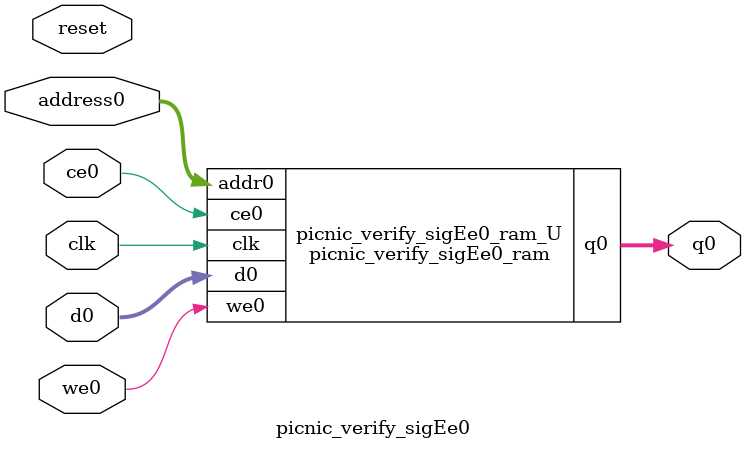
<source format=v>
`timescale 1 ns / 1 ps
module picnic_verify_sigEe0_ram (addr0, ce0, d0, we0, q0,  clk);

parameter DWIDTH = 32;
parameter AWIDTH = 10;
parameter MEM_SIZE = 876;

input[AWIDTH-1:0] addr0;
input ce0;
input[DWIDTH-1:0] d0;
input we0;
output reg[DWIDTH-1:0] q0;
input clk;

(* ram_style = "block" *)reg [DWIDTH-1:0] ram[0:MEM_SIZE-1];




always @(posedge clk)  
begin 
    if (ce0) begin
        if (we0) 
            ram[addr0] <= d0; 
        q0 <= ram[addr0];
    end
end


endmodule

`timescale 1 ns / 1 ps
module picnic_verify_sigEe0(
    reset,
    clk,
    address0,
    ce0,
    we0,
    d0,
    q0);

parameter DataWidth = 32'd32;
parameter AddressRange = 32'd876;
parameter AddressWidth = 32'd10;
input reset;
input clk;
input[AddressWidth - 1:0] address0;
input ce0;
input we0;
input[DataWidth - 1:0] d0;
output[DataWidth - 1:0] q0;



picnic_verify_sigEe0_ram picnic_verify_sigEe0_ram_U(
    .clk( clk ),
    .addr0( address0 ),
    .ce0( ce0 ),
    .we0( we0 ),
    .d0( d0 ),
    .q0( q0 ));

endmodule


</source>
